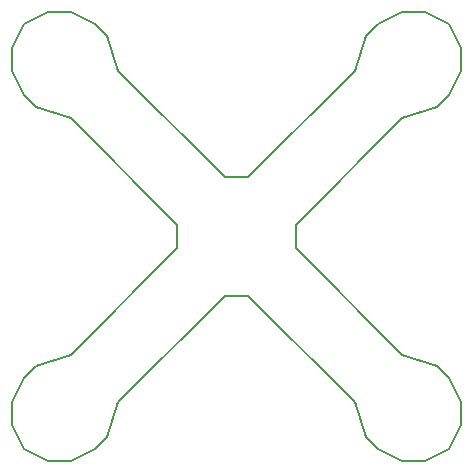
<source format=gbr>
%TF.GenerationSoftware,Novarm,DipTrace,3.2.0.1*%
%TF.CreationDate,2018-02-07T17:07:12+00:00*%
%FSLAX35Y35*%
%MOMM*%
%TF.FileFunction,Profile*%
%TF.Part,Single*%
%ADD11C,0.14*%
G75*
G01*
%LPD*%
X4000000Y1200000D2*
D11*
X3900000Y1500000D1*
X3000000Y2400000D1*
X2800000D1*
X1900000Y1500000D1*
X1800000Y1200000D1*
X1100000Y1700000D2*
X1200000Y1800000D1*
X1800000Y4600000D2*
X1900000Y4300000D1*
X2800000Y3400000D1*
X3000000D1*
X3900000Y4300000D1*
X4000000Y4600000D1*
X1700000Y1100000D2*
X1800000Y1200000D1*
X1100000Y4100000D2*
X1200000Y4000000D1*
X1700000Y4700000D2*
X1800000Y4600000D1*
X4600000Y4000000D2*
X4300000Y3900000D1*
X3400000Y3000000D1*
Y2800000D1*
X4300000Y1900000D1*
X4600000Y1800000D1*
X4700000Y1700000D1*
X4000000Y4600000D2*
X4100000Y4700000D1*
X4700000Y1700000D2*
X4800000Y1500000D1*
Y1300000D1*
X4700000Y1100000D1*
X4500000Y1000000D1*
X4300000D1*
X4100000Y1100000D1*
X1700000D2*
X1500000Y1000000D1*
X1300000D1*
X1100000Y1100000D1*
X1000000Y1300000D1*
Y1500000D1*
X1100000Y1700000D1*
X4100000Y4700000D2*
X4300000Y4800000D1*
X4500000D1*
X4700000Y4700000D1*
X4800000Y4500000D1*
Y4300000D1*
X4700000Y4100000D1*
X1700000Y4700000D2*
X1500000Y4800000D1*
X1300000D1*
X1100000Y4700000D1*
X1000000Y4500000D1*
Y4300000D1*
X1100000Y4100000D1*
X1200000Y1800000D2*
X1500000Y1900000D1*
X2400000Y2800000D1*
Y3000000D1*
X1500000Y3900000D1*
X1200000Y4000000D1*
X4600000D2*
X4700000Y4100000D1*
X4000000Y1200000D2*
X4100000Y1100000D1*
X4700000Y1700000D2*
X4600000Y1800000D1*
M02*

</source>
